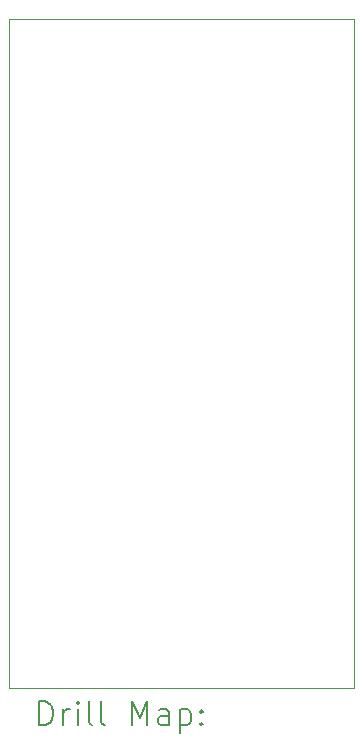
<source format=gbr>
%TF.GenerationSoftware,KiCad,Pcbnew,7.0.10*%
%TF.CreationDate,2024-08-03T14:28:46+12:00*%
%TF.ProjectId,Z80 Bus Adapter,5a383020-4275-4732-9041-646170746572,rev?*%
%TF.SameCoordinates,Original*%
%TF.FileFunction,Drillmap*%
%TF.FilePolarity,Positive*%
%FSLAX45Y45*%
G04 Gerber Fmt 4.5, Leading zero omitted, Abs format (unit mm)*
G04 Created by KiCad (PCBNEW 7.0.10) date 2024-08-03 14:28:46*
%MOMM*%
%LPD*%
G01*
G04 APERTURE LIST*
%ADD10C,0.100000*%
%ADD11C,0.200000*%
G04 APERTURE END LIST*
D10*
X9601200Y-9220200D02*
X9601200Y-3556000D01*
X9601200Y-3556000D02*
X12522200Y-3556000D01*
X12522200Y-9220200D02*
X9601200Y-9220200D01*
X12522200Y-3556000D02*
X12522200Y-9220200D01*
D11*
X9856977Y-9536684D02*
X9856977Y-9336684D01*
X9856977Y-9336684D02*
X9904596Y-9336684D01*
X9904596Y-9336684D02*
X9933167Y-9346208D01*
X9933167Y-9346208D02*
X9952215Y-9365255D01*
X9952215Y-9365255D02*
X9961739Y-9384303D01*
X9961739Y-9384303D02*
X9971263Y-9422398D01*
X9971263Y-9422398D02*
X9971263Y-9450970D01*
X9971263Y-9450970D02*
X9961739Y-9489065D01*
X9961739Y-9489065D02*
X9952215Y-9508112D01*
X9952215Y-9508112D02*
X9933167Y-9527160D01*
X9933167Y-9527160D02*
X9904596Y-9536684D01*
X9904596Y-9536684D02*
X9856977Y-9536684D01*
X10056977Y-9536684D02*
X10056977Y-9403350D01*
X10056977Y-9441446D02*
X10066501Y-9422398D01*
X10066501Y-9422398D02*
X10076024Y-9412874D01*
X10076024Y-9412874D02*
X10095072Y-9403350D01*
X10095072Y-9403350D02*
X10114120Y-9403350D01*
X10180786Y-9536684D02*
X10180786Y-9403350D01*
X10180786Y-9336684D02*
X10171263Y-9346208D01*
X10171263Y-9346208D02*
X10180786Y-9355731D01*
X10180786Y-9355731D02*
X10190310Y-9346208D01*
X10190310Y-9346208D02*
X10180786Y-9336684D01*
X10180786Y-9336684D02*
X10180786Y-9355731D01*
X10304596Y-9536684D02*
X10285548Y-9527160D01*
X10285548Y-9527160D02*
X10276024Y-9508112D01*
X10276024Y-9508112D02*
X10276024Y-9336684D01*
X10409358Y-9536684D02*
X10390310Y-9527160D01*
X10390310Y-9527160D02*
X10380786Y-9508112D01*
X10380786Y-9508112D02*
X10380786Y-9336684D01*
X10637929Y-9536684D02*
X10637929Y-9336684D01*
X10637929Y-9336684D02*
X10704596Y-9479541D01*
X10704596Y-9479541D02*
X10771263Y-9336684D01*
X10771263Y-9336684D02*
X10771263Y-9536684D01*
X10952215Y-9536684D02*
X10952215Y-9431922D01*
X10952215Y-9431922D02*
X10942691Y-9412874D01*
X10942691Y-9412874D02*
X10923644Y-9403350D01*
X10923644Y-9403350D02*
X10885548Y-9403350D01*
X10885548Y-9403350D02*
X10866501Y-9412874D01*
X10952215Y-9527160D02*
X10933167Y-9536684D01*
X10933167Y-9536684D02*
X10885548Y-9536684D01*
X10885548Y-9536684D02*
X10866501Y-9527160D01*
X10866501Y-9527160D02*
X10856977Y-9508112D01*
X10856977Y-9508112D02*
X10856977Y-9489065D01*
X10856977Y-9489065D02*
X10866501Y-9470017D01*
X10866501Y-9470017D02*
X10885548Y-9460493D01*
X10885548Y-9460493D02*
X10933167Y-9460493D01*
X10933167Y-9460493D02*
X10952215Y-9450970D01*
X11047453Y-9403350D02*
X11047453Y-9603350D01*
X11047453Y-9412874D02*
X11066501Y-9403350D01*
X11066501Y-9403350D02*
X11104596Y-9403350D01*
X11104596Y-9403350D02*
X11123644Y-9412874D01*
X11123644Y-9412874D02*
X11133167Y-9422398D01*
X11133167Y-9422398D02*
X11142691Y-9441446D01*
X11142691Y-9441446D02*
X11142691Y-9498589D01*
X11142691Y-9498589D02*
X11133167Y-9517636D01*
X11133167Y-9517636D02*
X11123644Y-9527160D01*
X11123644Y-9527160D02*
X11104596Y-9536684D01*
X11104596Y-9536684D02*
X11066501Y-9536684D01*
X11066501Y-9536684D02*
X11047453Y-9527160D01*
X11228405Y-9517636D02*
X11237929Y-9527160D01*
X11237929Y-9527160D02*
X11228405Y-9536684D01*
X11228405Y-9536684D02*
X11218882Y-9527160D01*
X11218882Y-9527160D02*
X11228405Y-9517636D01*
X11228405Y-9517636D02*
X11228405Y-9536684D01*
X11228405Y-9412874D02*
X11237929Y-9422398D01*
X11237929Y-9422398D02*
X11228405Y-9431922D01*
X11228405Y-9431922D02*
X11218882Y-9422398D01*
X11218882Y-9422398D02*
X11228405Y-9412874D01*
X11228405Y-9412874D02*
X11228405Y-9431922D01*
M02*

</source>
